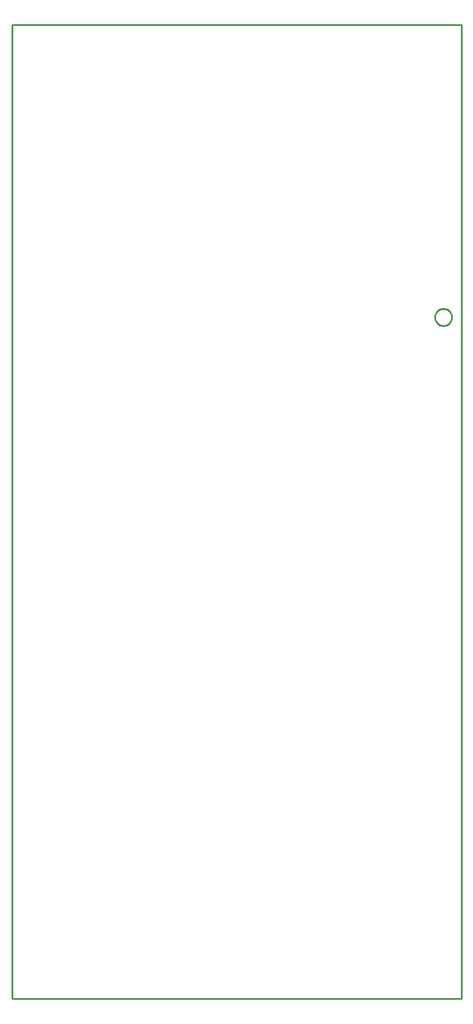
<source format=gbr>
G04 EAGLE Gerber RS-274X export*
G75*
%MOMM*%
%FSLAX34Y34*%
%LPD*%
%IN*%
%IPPOS*%
%AMOC8*
5,1,8,0,0,1.08239X$1,22.5*%
G01*
%ADD10C,0.254000*%


D10*
X0Y0D02*
X660000Y0D01*
X660000Y1430000D01*
X0Y1430000D01*
X0Y0D01*
X646230Y1000269D02*
X646153Y999290D01*
X645999Y998320D01*
X645770Y997364D01*
X645466Y996430D01*
X645091Y995523D01*
X644645Y994648D01*
X644131Y993810D01*
X643554Y993015D01*
X642916Y992268D01*
X642222Y991574D01*
X641475Y990936D01*
X640680Y990359D01*
X639842Y989845D01*
X638967Y989399D01*
X638060Y989024D01*
X637126Y988720D01*
X636171Y988491D01*
X635200Y988337D01*
X634221Y988260D01*
X633239Y988260D01*
X632260Y988337D01*
X631290Y988491D01*
X630334Y988720D01*
X629400Y989024D01*
X628493Y989399D01*
X627618Y989845D01*
X626780Y990359D01*
X625985Y990936D01*
X625238Y991574D01*
X624544Y992268D01*
X623906Y993015D01*
X623329Y993810D01*
X622815Y994648D01*
X622369Y995523D01*
X621994Y996430D01*
X621690Y997364D01*
X621461Y998320D01*
X621307Y999290D01*
X621230Y1000269D01*
X621230Y1001251D01*
X621307Y1002230D01*
X621461Y1003201D01*
X621690Y1004156D01*
X621994Y1005090D01*
X622369Y1005997D01*
X622815Y1006872D01*
X623329Y1007710D01*
X623906Y1008505D01*
X624544Y1009252D01*
X625238Y1009946D01*
X625985Y1010584D01*
X626780Y1011161D01*
X627618Y1011675D01*
X628493Y1012121D01*
X629400Y1012496D01*
X630334Y1012800D01*
X631290Y1013029D01*
X632260Y1013183D01*
X633239Y1013260D01*
X634221Y1013260D01*
X635200Y1013183D01*
X636171Y1013029D01*
X637126Y1012800D01*
X638060Y1012496D01*
X638967Y1012121D01*
X639842Y1011675D01*
X640680Y1011161D01*
X641475Y1010584D01*
X642222Y1009946D01*
X642916Y1009252D01*
X643554Y1008505D01*
X644131Y1007710D01*
X644645Y1006872D01*
X645091Y1005997D01*
X645466Y1005090D01*
X645770Y1004156D01*
X645999Y1003201D01*
X646153Y1002230D01*
X646230Y1001251D01*
X646230Y1000269D01*
M02*

</source>
